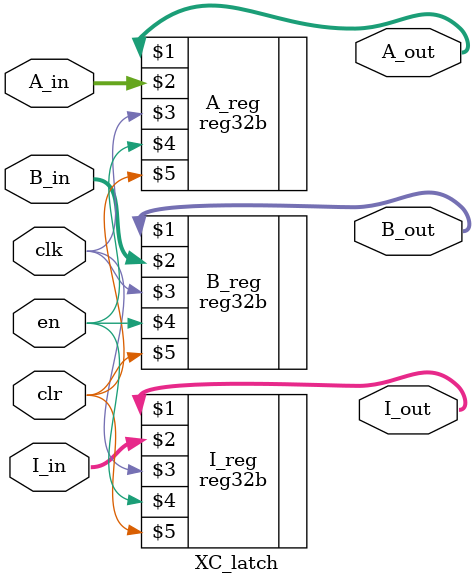
<source format=v>
module XC_latch(A_out, B_out, I_out,
                A_in,  B_in,  I_in,
                clk, en, clr);
    input [31:0] A_in, B_in, I_in;
    input clk, en, clr;

    output [31:0] A_out, B_out, I_out;
    //output Y_out;

    // 32-bit register for A operand
    reg32b A_reg(A_out, A_in, clk, en, clr);

    // 32-bit register for B operand
    reg32b B_reg(B_out, B_in, clk, en, clr);

    // single dff for Y (are we currently doing a multi-cYcle operation?)
    //dffe_ref Y_dff(Y_out, Y_in, clk, en, clr);

    // 32-bit register for current instruction
    reg32b I_reg(I_out, I_in, clk, en, clr);

endmodule
</source>
